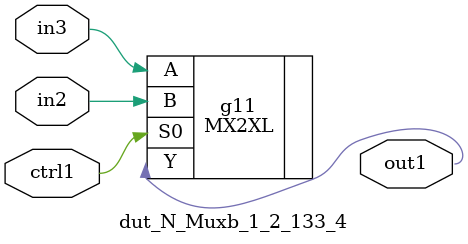
<source format=v>
`timescale 1ps / 1ps


module dut_N_Muxb_1_2_133_4(in3, in2, ctrl1, out1);
  input in3, in2, ctrl1;
  output out1;
  wire in3, in2, ctrl1;
  wire out1;
  MX2XL g11(.A (in3), .B (in2), .S0 (ctrl1), .Y (out1));
endmodule



</source>
